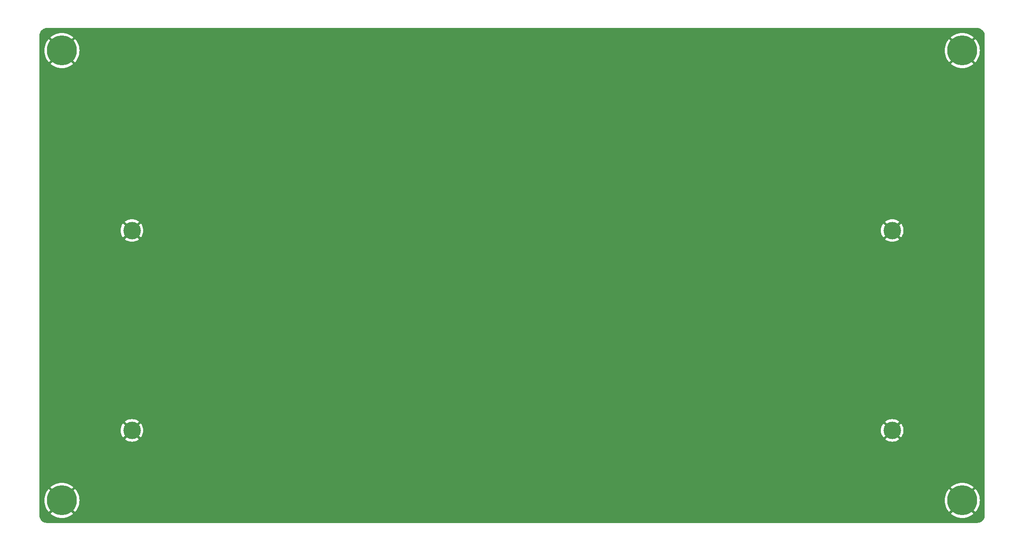
<source format=gbr>
%TF.GenerationSoftware,KiCad,Pcbnew,8.0.6*%
%TF.CreationDate,2025-01-17T17:33:12+00:00*%
%TF.ProjectId,bottom,626f7474-6f6d-42e6-9b69-6361645f7063,rev?*%
%TF.SameCoordinates,Original*%
%TF.FileFunction,Copper,L2,Bot*%
%TF.FilePolarity,Positive*%
%FSLAX46Y46*%
G04 Gerber Fmt 4.6, Leading zero omitted, Abs format (unit mm)*
G04 Created by KiCad (PCBNEW 8.0.6) date 2025-01-17 17:33:12*
%MOMM*%
%LPD*%
G01*
G04 APERTURE LIST*
%TA.AperFunction,ComponentPad*%
%ADD10C,6.000000*%
%TD*%
%TA.AperFunction,ComponentPad*%
%ADD11C,3.500000*%
%TD*%
G04 APERTURE END LIST*
D10*
%TO.P,H2,1*%
%TO.N,GND*%
X74500000Y-121200000D03*
%TD*%
D11*
%TO.P,H6,1,1*%
%TO.N,GND*%
X88500000Y-197200000D03*
%TD*%
%TO.P,H7,1,1*%
%TO.N,GND*%
X88500000Y-157200000D03*
%TD*%
D10*
%TO.P,H1,1*%
%TO.N,GND*%
X74500000Y-211200000D03*
%TD*%
%TO.P,H4,1*%
%TO.N,GND*%
X254500000Y-211200000D03*
%TD*%
D11*
%TO.P,H5,1,1*%
%TO.N,GND*%
X240500000Y-197200000D03*
%TD*%
%TO.P,H8,1,1*%
%TO.N,GND*%
X240500000Y-157200000D03*
%TD*%
D10*
%TO.P,H3,1*%
%TO.N,GND*%
X254500000Y-121200000D03*
%TD*%
%TA.AperFunction,Conductor*%
%TO.N,GND*%
G36*
X257504418Y-116700816D02*
G01*
X257704561Y-116715130D01*
X257722063Y-116717647D01*
X257913797Y-116759355D01*
X257930755Y-116764334D01*
X258114609Y-116832909D01*
X258130701Y-116840259D01*
X258302904Y-116934288D01*
X258317784Y-116943849D01*
X258474867Y-117061441D01*
X258488237Y-117073027D01*
X258626972Y-117211762D01*
X258638558Y-117225132D01*
X258756146Y-117382210D01*
X258765711Y-117397095D01*
X258859740Y-117569298D01*
X258867090Y-117585390D01*
X258935662Y-117769236D01*
X258940646Y-117786212D01*
X258982351Y-117977931D01*
X258984869Y-117995442D01*
X258999184Y-118195580D01*
X258999500Y-118204427D01*
X258999500Y-214195572D01*
X258999184Y-214204419D01*
X258984869Y-214404557D01*
X258982351Y-214422068D01*
X258940646Y-214613787D01*
X258935662Y-214630763D01*
X258867090Y-214814609D01*
X258859740Y-214830701D01*
X258765711Y-215002904D01*
X258756146Y-215017789D01*
X258638558Y-215174867D01*
X258626972Y-215188237D01*
X258488237Y-215326972D01*
X258474867Y-215338558D01*
X258317789Y-215456146D01*
X258302904Y-215465711D01*
X258130701Y-215559740D01*
X258114609Y-215567090D01*
X257930763Y-215635662D01*
X257913787Y-215640646D01*
X257722068Y-215682351D01*
X257704557Y-215684869D01*
X257523779Y-215697799D01*
X257504417Y-215699184D01*
X257495572Y-215699500D01*
X71504428Y-215699500D01*
X71495582Y-215699184D01*
X71473622Y-215697613D01*
X71295442Y-215684869D01*
X71277931Y-215682351D01*
X71086212Y-215640646D01*
X71069236Y-215635662D01*
X70885390Y-215567090D01*
X70869298Y-215559740D01*
X70697095Y-215465711D01*
X70682210Y-215456146D01*
X70525132Y-215338558D01*
X70511762Y-215326972D01*
X70373027Y-215188237D01*
X70361441Y-215174867D01*
X70243849Y-215017784D01*
X70234288Y-215002904D01*
X70140259Y-214830701D01*
X70132909Y-214814609D01*
X70091953Y-214704803D01*
X70064334Y-214630755D01*
X70059355Y-214613797D01*
X70017647Y-214422063D01*
X70015130Y-214404556D01*
X70000816Y-214204418D01*
X70000500Y-214195572D01*
X70000500Y-211199999D01*
X70995197Y-211199999D01*
X70995197Y-211200000D01*
X71014397Y-211566353D01*
X71071784Y-211928684D01*
X71071784Y-211928686D01*
X71166736Y-212283051D01*
X71298204Y-212625535D01*
X71464754Y-212952406D01*
X71664553Y-213260070D01*
X71853297Y-213493148D01*
X73205748Y-212140698D01*
X73279588Y-212242330D01*
X73457670Y-212420412D01*
X73559300Y-212494251D01*
X72206850Y-213846701D01*
X72439929Y-214035446D01*
X72747593Y-214235245D01*
X73074464Y-214401795D01*
X73416948Y-214533263D01*
X73771314Y-214628215D01*
X74133646Y-214685602D01*
X74499999Y-214704803D01*
X74500001Y-214704803D01*
X74866353Y-214685602D01*
X75228684Y-214628215D01*
X75228686Y-214628215D01*
X75583051Y-214533263D01*
X75925535Y-214401795D01*
X76252406Y-214235245D01*
X76560064Y-214035450D01*
X76793148Y-213846701D01*
X75440698Y-212494251D01*
X75542330Y-212420412D01*
X75720412Y-212242330D01*
X75794251Y-212140698D01*
X77146701Y-213493148D01*
X77335450Y-213260064D01*
X77535245Y-212952406D01*
X77701795Y-212625535D01*
X77833263Y-212283051D01*
X77928215Y-211928686D01*
X77928215Y-211928684D01*
X77985602Y-211566353D01*
X78004803Y-211200000D01*
X78004803Y-211199999D01*
X250995197Y-211199999D01*
X250995197Y-211200000D01*
X251014397Y-211566353D01*
X251071784Y-211928684D01*
X251071784Y-211928686D01*
X251166736Y-212283051D01*
X251298204Y-212625535D01*
X251464754Y-212952406D01*
X251664553Y-213260070D01*
X251853297Y-213493148D01*
X253205748Y-212140698D01*
X253279588Y-212242330D01*
X253457670Y-212420412D01*
X253559300Y-212494251D01*
X252206850Y-213846701D01*
X252439929Y-214035446D01*
X252747593Y-214235245D01*
X253074464Y-214401795D01*
X253416948Y-214533263D01*
X253771314Y-214628215D01*
X254133646Y-214685602D01*
X254499999Y-214704803D01*
X254500001Y-214704803D01*
X254866353Y-214685602D01*
X255228684Y-214628215D01*
X255228686Y-214628215D01*
X255583051Y-214533263D01*
X255925535Y-214401795D01*
X256252406Y-214235245D01*
X256560064Y-214035450D01*
X256793148Y-213846701D01*
X255440698Y-212494251D01*
X255542330Y-212420412D01*
X255720412Y-212242330D01*
X255794251Y-212140698D01*
X257146701Y-213493148D01*
X257335450Y-213260064D01*
X257535245Y-212952406D01*
X257701795Y-212625535D01*
X257833263Y-212283051D01*
X257928215Y-211928686D01*
X257928215Y-211928684D01*
X257985602Y-211566353D01*
X258004803Y-211200000D01*
X258004803Y-211199999D01*
X257985602Y-210833646D01*
X257928215Y-210471315D01*
X257928215Y-210471313D01*
X257833263Y-210116948D01*
X257701795Y-209774464D01*
X257535245Y-209447594D01*
X257335446Y-209139929D01*
X257146701Y-208906850D01*
X255794251Y-210259300D01*
X255720412Y-210157670D01*
X255542330Y-209979588D01*
X255440698Y-209905748D01*
X256793149Y-208553297D01*
X256560070Y-208364553D01*
X256252406Y-208164754D01*
X255925535Y-207998204D01*
X255583051Y-207866736D01*
X255228685Y-207771784D01*
X254866353Y-207714397D01*
X254500001Y-207695197D01*
X254499999Y-207695197D01*
X254133646Y-207714397D01*
X253771315Y-207771784D01*
X253771313Y-207771784D01*
X253416948Y-207866736D01*
X253074464Y-207998204D01*
X252747594Y-208164754D01*
X252439924Y-208364557D01*
X252206849Y-208553296D01*
X252206849Y-208553297D01*
X253559301Y-209905748D01*
X253457670Y-209979588D01*
X253279588Y-210157670D01*
X253205748Y-210259300D01*
X251853297Y-208906849D01*
X251853296Y-208906849D01*
X251664557Y-209139924D01*
X251464754Y-209447594D01*
X251298204Y-209774464D01*
X251166736Y-210116948D01*
X251071784Y-210471313D01*
X251071784Y-210471315D01*
X251014397Y-210833646D01*
X250995197Y-211199999D01*
X78004803Y-211199999D01*
X77985602Y-210833646D01*
X77928215Y-210471315D01*
X77928215Y-210471313D01*
X77833263Y-210116948D01*
X77701795Y-209774464D01*
X77535245Y-209447594D01*
X77335446Y-209139929D01*
X77146701Y-208906850D01*
X75794251Y-210259300D01*
X75720412Y-210157670D01*
X75542330Y-209979588D01*
X75440698Y-209905748D01*
X76793149Y-208553297D01*
X76560070Y-208364553D01*
X76252406Y-208164754D01*
X75925535Y-207998204D01*
X75583051Y-207866736D01*
X75228685Y-207771784D01*
X74866353Y-207714397D01*
X74500001Y-207695197D01*
X74499999Y-207695197D01*
X74133646Y-207714397D01*
X73771315Y-207771784D01*
X73771313Y-207771784D01*
X73416948Y-207866736D01*
X73074464Y-207998204D01*
X72747594Y-208164754D01*
X72439924Y-208364557D01*
X72206849Y-208553296D01*
X72206849Y-208553297D01*
X73559301Y-209905748D01*
X73457670Y-209979588D01*
X73279588Y-210157670D01*
X73205748Y-210259300D01*
X71853297Y-208906849D01*
X71853296Y-208906849D01*
X71664557Y-209139924D01*
X71464754Y-209447594D01*
X71298204Y-209774464D01*
X71166736Y-210116948D01*
X71071784Y-210471313D01*
X71071784Y-210471315D01*
X71014397Y-210833646D01*
X70995197Y-211199999D01*
X70000500Y-211199999D01*
X70000500Y-197200000D01*
X86245172Y-197200000D01*
X86264462Y-197494312D01*
X86264464Y-197494324D01*
X86322001Y-197783584D01*
X86322005Y-197783599D01*
X86416812Y-198062888D01*
X86547258Y-198327406D01*
X86547265Y-198327419D01*
X86711123Y-198572649D01*
X86740405Y-198606040D01*
X87563708Y-197782736D01*
X87660967Y-197916602D01*
X87783398Y-198039033D01*
X87917262Y-198136290D01*
X87093958Y-198959593D01*
X87127350Y-198988876D01*
X87372580Y-199152734D01*
X87372593Y-199152741D01*
X87637111Y-199283187D01*
X87916400Y-199377994D01*
X87916415Y-199377998D01*
X88205675Y-199435535D01*
X88205687Y-199435537D01*
X88500000Y-199454827D01*
X88794312Y-199435537D01*
X88794324Y-199435535D01*
X89083584Y-199377998D01*
X89083599Y-199377994D01*
X89362888Y-199283187D01*
X89627406Y-199152741D01*
X89627419Y-199152734D01*
X89872648Y-198988877D01*
X89906039Y-198959593D01*
X89082737Y-198136290D01*
X89216602Y-198039033D01*
X89339033Y-197916602D01*
X89436290Y-197782737D01*
X90259593Y-198606039D01*
X90288877Y-198572648D01*
X90452734Y-198327419D01*
X90452741Y-198327406D01*
X90583187Y-198062888D01*
X90677994Y-197783599D01*
X90677998Y-197783584D01*
X90735535Y-197494324D01*
X90735537Y-197494312D01*
X90754827Y-197200000D01*
X238245172Y-197200000D01*
X238264462Y-197494312D01*
X238264464Y-197494324D01*
X238322001Y-197783584D01*
X238322005Y-197783599D01*
X238416812Y-198062888D01*
X238547258Y-198327406D01*
X238547265Y-198327419D01*
X238711123Y-198572649D01*
X238740405Y-198606040D01*
X239563708Y-197782736D01*
X239660967Y-197916602D01*
X239783398Y-198039033D01*
X239917262Y-198136290D01*
X239093958Y-198959593D01*
X239127350Y-198988876D01*
X239372580Y-199152734D01*
X239372593Y-199152741D01*
X239637111Y-199283187D01*
X239916400Y-199377994D01*
X239916415Y-199377998D01*
X240205675Y-199435535D01*
X240205687Y-199435537D01*
X240500000Y-199454827D01*
X240794312Y-199435537D01*
X240794324Y-199435535D01*
X241083584Y-199377998D01*
X241083599Y-199377994D01*
X241362888Y-199283187D01*
X241627406Y-199152741D01*
X241627419Y-199152734D01*
X241872648Y-198988877D01*
X241906039Y-198959593D01*
X241082737Y-198136290D01*
X241216602Y-198039033D01*
X241339033Y-197916602D01*
X241436290Y-197782737D01*
X242259593Y-198606039D01*
X242288877Y-198572648D01*
X242452734Y-198327419D01*
X242452741Y-198327406D01*
X242583187Y-198062888D01*
X242677994Y-197783599D01*
X242677998Y-197783584D01*
X242735535Y-197494324D01*
X242735537Y-197494312D01*
X242754827Y-197200000D01*
X242735537Y-196905687D01*
X242735535Y-196905675D01*
X242677998Y-196616415D01*
X242677994Y-196616400D01*
X242583187Y-196337111D01*
X242452741Y-196072593D01*
X242452734Y-196072580D01*
X242288876Y-195827350D01*
X242259593Y-195793958D01*
X241436289Y-196617261D01*
X241339033Y-196483398D01*
X241216602Y-196360967D01*
X241082736Y-196263709D01*
X241906040Y-195440405D01*
X241872649Y-195411123D01*
X241627419Y-195247265D01*
X241627406Y-195247258D01*
X241362888Y-195116812D01*
X241083599Y-195022005D01*
X241083584Y-195022001D01*
X240794324Y-194964464D01*
X240794312Y-194964462D01*
X240500000Y-194945172D01*
X240205687Y-194964462D01*
X240205675Y-194964464D01*
X239916415Y-195022001D01*
X239916400Y-195022005D01*
X239637111Y-195116812D01*
X239372593Y-195247258D01*
X239372580Y-195247265D01*
X239127346Y-195411126D01*
X239127339Y-195411131D01*
X239093959Y-195440403D01*
X239093959Y-195440405D01*
X239917263Y-196263709D01*
X239783398Y-196360967D01*
X239660967Y-196483398D01*
X239563709Y-196617263D01*
X238740405Y-195793959D01*
X238740403Y-195793959D01*
X238711131Y-195827339D01*
X238711126Y-195827346D01*
X238547265Y-196072580D01*
X238547258Y-196072593D01*
X238416812Y-196337111D01*
X238322005Y-196616400D01*
X238322001Y-196616415D01*
X238264464Y-196905675D01*
X238264462Y-196905687D01*
X238245172Y-197200000D01*
X90754827Y-197200000D01*
X90735537Y-196905687D01*
X90735535Y-196905675D01*
X90677998Y-196616415D01*
X90677994Y-196616400D01*
X90583187Y-196337111D01*
X90452741Y-196072593D01*
X90452734Y-196072580D01*
X90288876Y-195827350D01*
X90259593Y-195793958D01*
X89436289Y-196617261D01*
X89339033Y-196483398D01*
X89216602Y-196360967D01*
X89082736Y-196263709D01*
X89906040Y-195440405D01*
X89872649Y-195411123D01*
X89627419Y-195247265D01*
X89627406Y-195247258D01*
X89362888Y-195116812D01*
X89083599Y-195022005D01*
X89083584Y-195022001D01*
X88794324Y-194964464D01*
X88794312Y-194964462D01*
X88500000Y-194945172D01*
X88205687Y-194964462D01*
X88205675Y-194964464D01*
X87916415Y-195022001D01*
X87916400Y-195022005D01*
X87637111Y-195116812D01*
X87372593Y-195247258D01*
X87372580Y-195247265D01*
X87127346Y-195411126D01*
X87127339Y-195411131D01*
X87093959Y-195440403D01*
X87093959Y-195440405D01*
X87917263Y-196263709D01*
X87783398Y-196360967D01*
X87660967Y-196483398D01*
X87563709Y-196617262D01*
X86740405Y-195793959D01*
X86740403Y-195793959D01*
X86711131Y-195827339D01*
X86711126Y-195827346D01*
X86547265Y-196072580D01*
X86547258Y-196072593D01*
X86416812Y-196337111D01*
X86322005Y-196616400D01*
X86322001Y-196616415D01*
X86264464Y-196905675D01*
X86264462Y-196905687D01*
X86245172Y-197200000D01*
X70000500Y-197200000D01*
X70000500Y-157200000D01*
X86245172Y-157200000D01*
X86264462Y-157494312D01*
X86264464Y-157494324D01*
X86322001Y-157783584D01*
X86322005Y-157783599D01*
X86416812Y-158062888D01*
X86547258Y-158327406D01*
X86547265Y-158327419D01*
X86711123Y-158572649D01*
X86740405Y-158606040D01*
X87563708Y-157782736D01*
X87660967Y-157916602D01*
X87783398Y-158039033D01*
X87917262Y-158136290D01*
X87093958Y-158959593D01*
X87127350Y-158988876D01*
X87372580Y-159152734D01*
X87372593Y-159152741D01*
X87637111Y-159283187D01*
X87916400Y-159377994D01*
X87916415Y-159377998D01*
X88205675Y-159435535D01*
X88205687Y-159435537D01*
X88500000Y-159454827D01*
X88794312Y-159435537D01*
X88794324Y-159435535D01*
X89083584Y-159377998D01*
X89083599Y-159377994D01*
X89362888Y-159283187D01*
X89627406Y-159152741D01*
X89627419Y-159152734D01*
X89872648Y-158988877D01*
X89906039Y-158959593D01*
X89082737Y-158136290D01*
X89216602Y-158039033D01*
X89339033Y-157916602D01*
X89436290Y-157782737D01*
X90259593Y-158606039D01*
X90288877Y-158572648D01*
X90452734Y-158327419D01*
X90452741Y-158327406D01*
X90583187Y-158062888D01*
X90677994Y-157783599D01*
X90677998Y-157783584D01*
X90735535Y-157494324D01*
X90735537Y-157494312D01*
X90754827Y-157200000D01*
X238245172Y-157200000D01*
X238264462Y-157494312D01*
X238264464Y-157494324D01*
X238322001Y-157783584D01*
X238322005Y-157783599D01*
X238416812Y-158062888D01*
X238547258Y-158327406D01*
X238547265Y-158327419D01*
X238711123Y-158572649D01*
X238740405Y-158606040D01*
X239563708Y-157782736D01*
X239660967Y-157916602D01*
X239783398Y-158039033D01*
X239917262Y-158136290D01*
X239093958Y-158959593D01*
X239127350Y-158988876D01*
X239372580Y-159152734D01*
X239372593Y-159152741D01*
X239637111Y-159283187D01*
X239916400Y-159377994D01*
X239916415Y-159377998D01*
X240205675Y-159435535D01*
X240205687Y-159435537D01*
X240500000Y-159454827D01*
X240794312Y-159435537D01*
X240794324Y-159435535D01*
X241083584Y-159377998D01*
X241083599Y-159377994D01*
X241362888Y-159283187D01*
X241627406Y-159152741D01*
X241627419Y-159152734D01*
X241872648Y-158988877D01*
X241906039Y-158959593D01*
X241082737Y-158136290D01*
X241216602Y-158039033D01*
X241339033Y-157916602D01*
X241436290Y-157782737D01*
X242259593Y-158606039D01*
X242288877Y-158572648D01*
X242452734Y-158327419D01*
X242452741Y-158327406D01*
X242583187Y-158062888D01*
X242677994Y-157783599D01*
X242677998Y-157783584D01*
X242735535Y-157494324D01*
X242735537Y-157494312D01*
X242754827Y-157200000D01*
X242735537Y-156905687D01*
X242735535Y-156905675D01*
X242677998Y-156616415D01*
X242677994Y-156616400D01*
X242583187Y-156337111D01*
X242452741Y-156072593D01*
X242452734Y-156072580D01*
X242288876Y-155827350D01*
X242259593Y-155793958D01*
X241436289Y-156617261D01*
X241339033Y-156483398D01*
X241216602Y-156360967D01*
X241082736Y-156263709D01*
X241906040Y-155440405D01*
X241872649Y-155411123D01*
X241627419Y-155247265D01*
X241627406Y-155247258D01*
X241362888Y-155116812D01*
X241083599Y-155022005D01*
X241083584Y-155022001D01*
X240794324Y-154964464D01*
X240794312Y-154964462D01*
X240500000Y-154945172D01*
X240205687Y-154964462D01*
X240205675Y-154964464D01*
X239916415Y-155022001D01*
X239916400Y-155022005D01*
X239637111Y-155116812D01*
X239372593Y-155247258D01*
X239372580Y-155247265D01*
X239127346Y-155411126D01*
X239127339Y-155411131D01*
X239093959Y-155440403D01*
X239093959Y-155440405D01*
X239917263Y-156263709D01*
X239783398Y-156360967D01*
X239660967Y-156483398D01*
X239563709Y-156617263D01*
X238740405Y-155793959D01*
X238740403Y-155793959D01*
X238711131Y-155827339D01*
X238711126Y-155827346D01*
X238547265Y-156072580D01*
X238547258Y-156072593D01*
X238416812Y-156337111D01*
X238322005Y-156616400D01*
X238322001Y-156616415D01*
X238264464Y-156905675D01*
X238264462Y-156905687D01*
X238245172Y-157200000D01*
X90754827Y-157200000D01*
X90735537Y-156905687D01*
X90735535Y-156905675D01*
X90677998Y-156616415D01*
X90677994Y-156616400D01*
X90583187Y-156337111D01*
X90452741Y-156072593D01*
X90452734Y-156072580D01*
X90288876Y-155827350D01*
X90259593Y-155793958D01*
X89436289Y-156617261D01*
X89339033Y-156483398D01*
X89216602Y-156360967D01*
X89082736Y-156263709D01*
X89906040Y-155440405D01*
X89872649Y-155411123D01*
X89627419Y-155247265D01*
X89627406Y-155247258D01*
X89362888Y-155116812D01*
X89083599Y-155022005D01*
X89083584Y-155022001D01*
X88794324Y-154964464D01*
X88794312Y-154964462D01*
X88500000Y-154945172D01*
X88205687Y-154964462D01*
X88205675Y-154964464D01*
X87916415Y-155022001D01*
X87916400Y-155022005D01*
X87637111Y-155116812D01*
X87372593Y-155247258D01*
X87372580Y-155247265D01*
X87127346Y-155411126D01*
X87127339Y-155411131D01*
X87093959Y-155440403D01*
X87093959Y-155440405D01*
X87917263Y-156263709D01*
X87783398Y-156360967D01*
X87660967Y-156483398D01*
X87563709Y-156617262D01*
X86740405Y-155793959D01*
X86740403Y-155793959D01*
X86711131Y-155827339D01*
X86711126Y-155827346D01*
X86547265Y-156072580D01*
X86547258Y-156072593D01*
X86416812Y-156337111D01*
X86322005Y-156616400D01*
X86322001Y-156616415D01*
X86264464Y-156905675D01*
X86264462Y-156905687D01*
X86245172Y-157200000D01*
X70000500Y-157200000D01*
X70000500Y-121199999D01*
X70995197Y-121199999D01*
X70995197Y-121200000D01*
X71014397Y-121566353D01*
X71071784Y-121928684D01*
X71071784Y-121928686D01*
X71166736Y-122283051D01*
X71298204Y-122625535D01*
X71464754Y-122952406D01*
X71664553Y-123260070D01*
X71853297Y-123493148D01*
X73205748Y-122140698D01*
X73279588Y-122242330D01*
X73457670Y-122420412D01*
X73559300Y-122494251D01*
X72206850Y-123846701D01*
X72439929Y-124035446D01*
X72747593Y-124235245D01*
X73074464Y-124401795D01*
X73416948Y-124533263D01*
X73771314Y-124628215D01*
X74133646Y-124685602D01*
X74499999Y-124704803D01*
X74500001Y-124704803D01*
X74866353Y-124685602D01*
X75228684Y-124628215D01*
X75228686Y-124628215D01*
X75583051Y-124533263D01*
X75925535Y-124401795D01*
X76252406Y-124235245D01*
X76560064Y-124035450D01*
X76793148Y-123846701D01*
X75440698Y-122494251D01*
X75542330Y-122420412D01*
X75720412Y-122242330D01*
X75794251Y-122140698D01*
X77146701Y-123493148D01*
X77335450Y-123260064D01*
X77535245Y-122952406D01*
X77701795Y-122625535D01*
X77833263Y-122283051D01*
X77928215Y-121928686D01*
X77928215Y-121928684D01*
X77985602Y-121566353D01*
X78004803Y-121200000D01*
X78004803Y-121199999D01*
X250995197Y-121199999D01*
X250995197Y-121200000D01*
X251014397Y-121566353D01*
X251071784Y-121928684D01*
X251071784Y-121928686D01*
X251166736Y-122283051D01*
X251298204Y-122625535D01*
X251464754Y-122952406D01*
X251664553Y-123260070D01*
X251853297Y-123493148D01*
X253205748Y-122140698D01*
X253279588Y-122242330D01*
X253457670Y-122420412D01*
X253559300Y-122494251D01*
X252206850Y-123846701D01*
X252439929Y-124035446D01*
X252747593Y-124235245D01*
X253074464Y-124401795D01*
X253416948Y-124533263D01*
X253771314Y-124628215D01*
X254133646Y-124685602D01*
X254499999Y-124704803D01*
X254500001Y-124704803D01*
X254866353Y-124685602D01*
X255228684Y-124628215D01*
X255228686Y-124628215D01*
X255583051Y-124533263D01*
X255925535Y-124401795D01*
X256252406Y-124235245D01*
X256560064Y-124035450D01*
X256793148Y-123846701D01*
X255440698Y-122494251D01*
X255542330Y-122420412D01*
X255720412Y-122242330D01*
X255794251Y-122140698D01*
X257146701Y-123493148D01*
X257335450Y-123260064D01*
X257535245Y-122952406D01*
X257701795Y-122625535D01*
X257833263Y-122283051D01*
X257928215Y-121928686D01*
X257928215Y-121928684D01*
X257985602Y-121566353D01*
X258004803Y-121200000D01*
X258004803Y-121199999D01*
X257985602Y-120833646D01*
X257928215Y-120471315D01*
X257928215Y-120471313D01*
X257833263Y-120116948D01*
X257701795Y-119774464D01*
X257535245Y-119447594D01*
X257335446Y-119139929D01*
X257146701Y-118906850D01*
X255794251Y-120259300D01*
X255720412Y-120157670D01*
X255542330Y-119979588D01*
X255440698Y-119905748D01*
X256793149Y-118553297D01*
X256560070Y-118364553D01*
X256252406Y-118164754D01*
X255925535Y-117998204D01*
X255583051Y-117866736D01*
X255228685Y-117771784D01*
X254866353Y-117714397D01*
X254500001Y-117695197D01*
X254499999Y-117695197D01*
X254133646Y-117714397D01*
X253771315Y-117771784D01*
X253771313Y-117771784D01*
X253416948Y-117866736D01*
X253074464Y-117998204D01*
X252747594Y-118164754D01*
X252439924Y-118364557D01*
X252206849Y-118553296D01*
X252206849Y-118553297D01*
X253559301Y-119905748D01*
X253457670Y-119979588D01*
X253279588Y-120157670D01*
X253205748Y-120259300D01*
X251853297Y-118906849D01*
X251853296Y-118906849D01*
X251664557Y-119139924D01*
X251464754Y-119447594D01*
X251298204Y-119774464D01*
X251166736Y-120116948D01*
X251071784Y-120471313D01*
X251071784Y-120471315D01*
X251014397Y-120833646D01*
X250995197Y-121199999D01*
X78004803Y-121199999D01*
X77985602Y-120833646D01*
X77928215Y-120471315D01*
X77928215Y-120471313D01*
X77833263Y-120116948D01*
X77701795Y-119774464D01*
X77535245Y-119447594D01*
X77335446Y-119139929D01*
X77146701Y-118906850D01*
X75794251Y-120259300D01*
X75720412Y-120157670D01*
X75542330Y-119979588D01*
X75440698Y-119905748D01*
X76793149Y-118553297D01*
X76560070Y-118364553D01*
X76252406Y-118164754D01*
X75925535Y-117998204D01*
X75583051Y-117866736D01*
X75228685Y-117771784D01*
X74866353Y-117714397D01*
X74500001Y-117695197D01*
X74499999Y-117695197D01*
X74133646Y-117714397D01*
X73771315Y-117771784D01*
X73771313Y-117771784D01*
X73416948Y-117866736D01*
X73074464Y-117998204D01*
X72747594Y-118164754D01*
X72439924Y-118364557D01*
X72206849Y-118553296D01*
X72206849Y-118553297D01*
X73559301Y-119905748D01*
X73457670Y-119979588D01*
X73279588Y-120157670D01*
X73205748Y-120259300D01*
X71853297Y-118906849D01*
X71853296Y-118906849D01*
X71664557Y-119139924D01*
X71464754Y-119447594D01*
X71298204Y-119774464D01*
X71166736Y-120116948D01*
X71071784Y-120471313D01*
X71071784Y-120471315D01*
X71014397Y-120833646D01*
X70995197Y-121199999D01*
X70000500Y-121199999D01*
X70000500Y-118204427D01*
X70000816Y-118195581D01*
X70015130Y-117995443D01*
X70015131Y-117995442D01*
X70015130Y-117995436D01*
X70017646Y-117977938D01*
X70059356Y-117786199D01*
X70064333Y-117769248D01*
X70132911Y-117585385D01*
X70140259Y-117569298D01*
X70202815Y-117454734D01*
X70234291Y-117397089D01*
X70243845Y-117382221D01*
X70361448Y-117225123D01*
X70373020Y-117211769D01*
X70511769Y-117073020D01*
X70525123Y-117061448D01*
X70682221Y-116943845D01*
X70697089Y-116934291D01*
X70869298Y-116840258D01*
X70885385Y-116832911D01*
X71069248Y-116764333D01*
X71086199Y-116759356D01*
X71277938Y-116717646D01*
X71295436Y-116715130D01*
X71495582Y-116700816D01*
X71504428Y-116700500D01*
X71565892Y-116700500D01*
X257434108Y-116700500D01*
X257495572Y-116700500D01*
X257504418Y-116700816D01*
G37*
%TD.AperFunction*%
%TD*%
M02*

</source>
